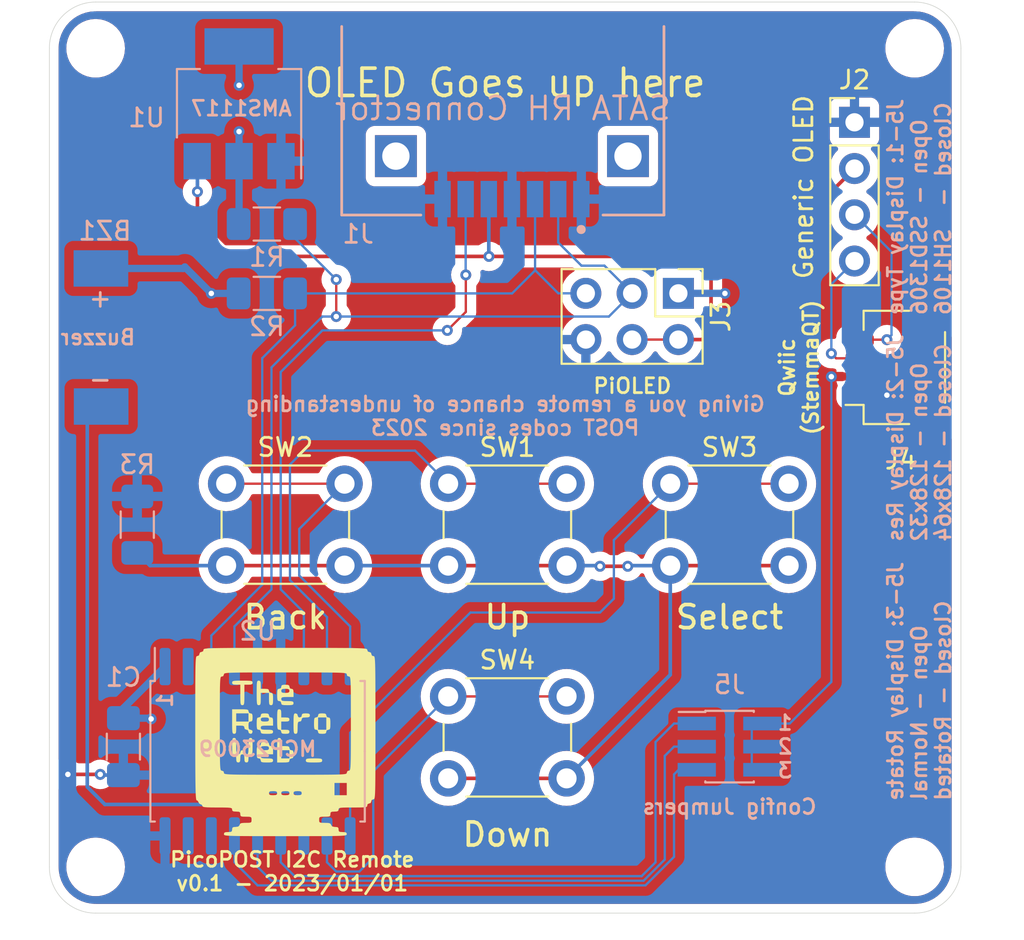
<source format=kicad_pcb>
(kicad_pcb (version 20211014) (generator pcbnew)
  (layers (0 "F.Cu" signal) (31 "B.Cu" signal) (34 "B.Paste" user) (35 "F.Paste" user) (36 "B.SilkS" user "B.Silkscreen") (37 "F.SilkS" user "F.Silkscreen") (38 "B.Mask" user) (39 "F.Mask" user) (44 "Edge.Cuts" user))
  (net 0 "")
  (net 1 "+3V3")
  (net 2 "Net-(BZ1-Pad2)")
  (net 3 "GND")
  (net 4 "/IRQ")
  (net 5 "+5V")
  (net 6 "/SCL")
  (net 7 "/SDA")
  (net 8 "Net-(R3-Pad2)")
  (net 9 "Net-(SW1-Pad1)")
  (net 10 "Net-(SW2-Pad1)")
  (net 11 "Net-(SW3-Pad1)")
  (net 12 "Net-(SW4-Pad1)")
  (net 13 "Net-(J5-Pad1)")
  (net 14 "Net-(J5-Pad3)")
  (net 15 "Net-(J5-Pad5)")
  (footprint "MountingHole:MountingHole_2.2mm_M2" (layer "F.Cu") (at 102.616 38.1)
    (fp_text reference "H3" (at 0 0.127) (layer "F.SilkS"))
    (fp_text value "MountingHole")
    (pad "" np_thru_hole circle (at 0 0) (size 2.2 2.2) (drill 2.2) (layers *.Cu *.Mask))
  )
  (footprint "Button_Switch_THT:SW_PUSH_6mm" (layer "F.Cu") (at 134.159 62.012)
    (fp_text reference "SW3" (at 3.25 -2) (layer "F.SilkS"))
    (fp_text value "Select")
    (pad "1" thru_hole circle (at 6.5 0 90) (size 2 2) (drill 1.1) (layers *.Cu *.Mask) (net 11 "Net-(SW3-Pad1)"))
    (pad "1" thru_hole circle (at 0 0 90) (size 2 2) (drill 1.1) (layers *.Cu *.Mask) (net 11 "Net-(SW3-Pad1)"))
    (pad "2" thru_hole circle (at 6.5 4.5 90) (size 2 2) (drill 1.1) (layers *.Cu *.Mask) (net 8 "Net-(R3-Pad2)"))
    (pad "2" thru_hole circle (at 0 4.5 90) (size 2 2) (drill 1.1) (layers *.Cu *.Mask) (net 8 "Net-(R3-Pad2)"))
  )
  (footprint "Button_Switch_THT:SW_PUSH_6mm" (layer "F.Cu") (at 121.967 73.696)
    (fp_text reference "SW4" (at 3.25 -2) (layer "F.SilkS"))
    (fp_text value "Back")
    (pad "1" thru_hole circle (at 0 0 90) (size 2 2) (drill 1.1) (layers *.Cu *.Mask) (net 12 "Net-(SW4-Pad1)"))
    (pad "1" thru_hole circle (at 6.5 0 90) (size 2 2) (drill 1.1) (layers *.Cu *.Mask) (net 12 "Net-(SW4-Pad1)"))
    (pad "2" thru_hole circle (at 6.5 4.5 90) (size 2 2) (drill 1.1) (layers *.Cu *.Mask) (net 8 "Net-(R3-Pad2)"))
    (pad "2" thru_hole circle (at 0 4.5 90) (size 2 2) (drill 1.1) (layers *.Cu *.Mask) (net 8 "Net-(R3-Pad2)"))
  )
  (footprint "MountingHole:MountingHole_2.2mm_M2" (layer "F.Cu") (at 102.616 83.058)
    (fp_text reference "H1" (at 0 0.127) (layer "F.SilkS"))
    (fp_text value "MountingHole")
    (pad "" np_thru_hole circle (at 0 0) (size 2.2 2.2) (drill 2.2) (layers *.Cu *.Mask))
  )
  (footprint "Connector_JST:JST_SH_SM04B-SRSS-TB_1x04-1MP_P1.00mm_Horizontal" (layer "F.Cu") (at 146.558 55.626 90)
    (fp_text reference "J4" (at -5.08 0.254 180) (layer "F.SilkS"))
    (fp_text value "Qwiic/STEMMA QT")
    (pad "1" smd roundrect (at -1.5 -2 90) (size 0.6 1.55) (layers "F.Cu" "F.Paste" "F.Mask") (net 3 "GND"))
    (pad "2" smd roundrect (at -0.5 -2 90) (size 0.6 1.55) (layers "F.Cu" "F.Paste" "F.Mask") (net 1 "+3V3"))
    (pad "3" smd roundrect (at 0.5 -2 90) (size 0.6 1.55) (layers "F.Cu" "F.Paste" "F.Mask") (net 7 "/SDA"))
    (pad "4" smd roundrect (at 1.5 -2 90) (size 0.6 1.55) (layers "F.Cu" "F.Paste" "F.Mask") (net 6 "/SCL"))
    (pad "MP" smd roundrect (at 2.8 1.875 90) (size 1.2 1.8) (layers "F.Cu" "F.Paste" "F.Mask") (roundrect_rratio 0.208333))
    (pad "MP" smd roundrect (at -2.8 1.875 90) (size 1.2 1.8) (layers "F.Cu" "F.Paste" "F.Mask") (roundrect_rratio 0.208333))
  )
  (footprint "MountingHole:MountingHole_2.2mm_M2" (layer "F.Cu") (at 147.574 83.058)
    (fp_text reference "H2" (at 0 0) (layer "F.SilkS"))
    (fp_text value "MountingHole")
    (pad "" np_thru_hole circle (at 0 0) (size 2.2 2.2) (drill 2.2) (layers *.Cu *.Mask))
  )
  (footprint "Button_Switch_THT:SW_PUSH_6mm" (layer "F.Cu") (at 109.78 62.012)
    (fp_text reference "SW2" (at 3.25 -2) (layer "F.SilkS"))
    (fp_text value "Down")
    (pad "1" thru_hole circle (at 0 0 90) (size 2 2) (drill 1.1) (layers *.Cu *.Mask) (net 10 "Net-(SW2-Pad1)"))
    (pad "1" thru_hole circle (at 6.5 0 90) (size 2 2) (drill 1.1) (layers *.Cu *.Mask) (net 10 "Net-(SW2-Pad1)"))
    (pad "2" thru_hole circle (at 0 4.5 90) (size 2 2) (drill 1.1) (layers *.Cu *.Mask) (net 8 "Net-(R3-Pad2)"))
    (pad "2" thru_hole circle (at 6.5 4.5 90) (size 2 2) (drill 1.1) (layers *.Cu *.Mask) (net 8 "Net-(R3-Pad2)"))
  )
  (footprint "Button_Switch_THT:SW_PUSH_6mm" (layer "F.Cu") (at 121.967 62.012)
    (fp_text reference "SW1" (at 3.25 -2) (layer "F.SilkS"))
    (fp_text value "Up")
    (pad "1" thru_hole circle (at 0 0 90) (size 2 2) (drill 1.1) (layers *.Cu *.Mask) (net 9 "Net-(SW1-Pad1)"))
    (pad "1" thru_hole circle (at 6.5 0 90) (size 2 2) (drill 1.1) (layers *.Cu *.Mask) (net 9 "Net-(SW1-Pad1)"))
    (pad "2" thru_hole circle (at 6.5 4.5 90) (size 2 2) (drill 1.1) (layers *.Cu *.Mask) (net 8 "Net-(R3-Pad2)"))
    (pad "2" thru_hole circle (at 0 4.5 90) (size 2 2) (drill 1.1) (layers *.Cu *.Mask) (net 8 "Net-(R3-Pad2)"))
  )
  (footprint "Connector_PinHeader_2.54mm:PinHeader_2x03_P2.54mm_Vertical" (layer "F.Cu") (at 134.605 51.557 -90)
    (fp_text reference "J3" (at 1.27 -2.33 -90) (layer "F.SilkS"))
    (fp_text value "PiOLED Connector")
    (pad "1" thru_hole rect (at 0 0 270) (size 1.7 1.7) (drill 1) (layers *.Cu *.Mask) (net 1 "+3V3"))
    (pad "2" thru_hole oval (at 2.54 0 270) (size 1.7 1.7) (drill 1) (layers *.Cu *.Mask) (net 5 "+5V"))
    (pad "3" thru_hole oval (at 0 2.54 270) (size 1.7 1.7) (drill 1) (layers *.Cu *.Mask) (net 7 "/SDA"))
    (pad "4" thru_hole oval (at 2.54 2.54 270) (size 1.7 1.7) (drill 1) (layers *.Cu *.Mask) (net 5 "+5V"))
    (pad "5" thru_hole oval (at 0 5.08 270) (size 1.7 1.7) (drill 1) (layers *.Cu *.Mask) (net 6 "/SCL"))
    (pad "6" thru_hole oval (at 2.54 5.08 270) (size 1.7 1.7) (drill 1) (layers *.Cu *.Mask) (net 3 "GND"))
  )
  (footprint "MountingHole:MountingHole_2.2mm_M2" (layer "F.Cu") (at 147.574 38.1)
    (fp_text reference "H4" (at 0 0) (layer "F.SilkS"))
    (fp_text value "MountingHole")
    (pad "" np_thru_hole circle (at 0 0) (size 2.2 2.2) (drill 2.2) (layers *.Cu *.Mask))
  )
  (footprint "Connector_PinHeader_2.54mm:PinHeader_1x04_P2.54mm_Vertical" (layer "F.Cu") (at 144.272 42.164)
    (fp_text reference "J2" (at 0 -2.33) (layer "F.SilkS"))
    (fp_text value "Generic Connector")
    (pad "1" thru_hole rect (at 0 0) (size 1.7 1.7) (drill 1) (layers *.Cu *.Mask) (net 3 "GND"))
    (pad "2" thru_hole oval (at 0 2.54) (size 1.7 1.7) (drill 1) (layers *.Cu *.Mask) (net 5 "+5V"))
    (pad "3" thru_hole oval (at 0 5.08) (size 1.7 1.7) (drill 1) (layers *.Cu *.Mask) (net 6 "/SCL"))
    (pad "4" thru_hole oval (at 0 7.62) (size 1.7 1.7) (drill 1) (layers *.Cu *.Mask) (net 7 "/SDA"))
  )
  (footprint "modified ICs:TRW_logo" (layer "F.Cu") (at 113.03 76.2)
    (fp_text reference "G***" (at -3.683 0.762 90) (layer "F.SilkS") (effects (font (size 1.524 1.524) (thickness 0.3))))
    (fp_text value "LOGO" hide)
  )
  (footprint "Package_TO_SOT_SMD:SOT-223-3_TabPin2" (layer "B.Cu") (at 110.49 41.148 90)
    (fp_text reference "U1" (at -0.762 -5.08 180) (layer "B.SilkS") (effects (justify mirror)))
    (fp_text value "AMS1117-3.3")
    (pad "1" smd rect (at -3.15 2.3 90) (size 2 1.5) (layers "B.Cu" "B.Paste" "B.Mask") (net 3 "GND"))
    (pad "2" smd rect (at -3.15 0 90) (size 2 1.5) (layers "B.Cu" "B.Paste" "B.Mask") (net 1 "+3V3"))
    (pad "2" smd rect (at 3.15 0 90) (size 2 3.8) (layers "B.Cu" "B.Paste" "B.Mask") (net 1 "+3V3"))
    (pad "3" smd rect (at -3.15 -2.3 90) (size 2 1.5) (layers "B.Cu" "B.Paste" "B.Mask") (net 5 "+5V"))
  )
  (footprint "Resistor_SMD:R_1206_3216Metric_Pad1.30x1.75mm_HandSolder" (layer "B.Cu") (at 104.902 64.262 -90)
    (fp_text reference "R3" (at -3.302 0 180) (layer "B.SilkS") (effects (justify mirror)))
    (fp_text value "1000")
    (pad "1" smd roundrect (at -1.55 0 270) (size 1.3 1.75) (layers "B.Cu" "B.Paste" "B.Mask") (roundrect_rratio 0.192308) (net 3 "GND"))
    (pad "2" smd roundrect (at 1.55 0 270) (size 1.3 1.75) (layers "B.Cu" "B.Paste" "B.Mask") (roundrect_rratio 0.192308) (net 8 "Net-(R3-Pad2)"))
  )
  (footprint "Connector_PinSocket_1.27mm:PinSocket_2x03_P1.27mm_Vertical_SMD" (layer "B.Cu") (at 137.414 76.454 180)
    (fp_text reference "J5" (at 0 3.405) (layer "B.SilkS") (effects (justify mirror)))
    (fp_text value "Config Jumpers")
    (pad "1" smd rect locked (at 1.8 1.27 180) (size 2.1 0.75) (layers "B.Cu" "B.Paste" "B.Mask") (net 13 "Net-(J5-Pad1)"))
    (pad "2" smd rect locked (at -1.8 1.27 180) (size 2.1 0.75) (layers "B.Cu" "B.Paste" "B.Mask") (net 1 "+3V3"))
    (pad "3" smd rect locked (at 1.8 0 180) (size 2.1 0.75) (layers "B.Cu" "B.Paste" "B.Mask") (net 14 "Net-(J5-Pad3)"))
    (pad "4" smd rect locked (at -1.8 0 180) (size 2.1 0.75) (layers "B.Cu" "B.Paste" "B.Mask") (net 1 "+3V3"))
    (pad "5" smd rect locked (at 1.8 -1.27 180) (size 2.1 0.75) (layers "B.Cu" "B.Paste" "B.Mask") (net 15 "Net-(J5-Pad5)"))
    (pad "6" smd rect locked (at -1.8 -1.27 180) (size 2.1 0.75) (layers "B.Cu" "B.Paste" "B.Mask") (net 1 "+3V3"))
  )
  (footprint "Capacitor_SMD:C_1206_3216Metric_Pad1.33x1.80mm_HandSolder" (layer "B.Cu") (at 104.14 76.454 -90)
    (fp_text reference "C1" (at -3.81 0 180) (layer "B.SilkS") (effects (justify mirror)))
    (fp_text value "100n")
    (pad "1" smd roundrect (at -1.5625 0 270) (size 1.325 1.8) (layers "B.Cu" "B.Paste" "B.Mask") (roundrect_rratio 0.188679) (net 1 "+3V3"))
    (pad "2" smd roundrect (at 1.5625 0 270) (size 1.325 1.8) (layers "B.Cu" "B.Paste" "B.Mask") (roundrect_rratio 0.188679) (net 3 "GND"))
  )
  (footprint "modified ICs:7.6mm side mount buzzer" (layer "B.Cu") (at 98.9439 55.52455 180)
    (fp_text reference "BZ1" (at -4.1801 7.39155) (layer "B.SilkS") (effects (justify mirror)))
    (fp_text value "Buzzer")
    (fp_text user "+" (at -3.9261 3.70855 unlocked) (layer "B.SilkS") (effects (justify mirror)))
    (fp_text user "-" (at -3.9261 -0.73645 unlocked) (layer "B.SilkS") (effects (justify mirror)))
    (pad "1" smd rect (at -3.9624 5.334 180) (size 3 2) (layers "B.Cu" "B.Paste" "B.Mask") (net 1 "+3V3"))
    (pad "2" smd rect (at -3.975 -2.25 180) (size 3 2) (layers "B.Cu" "B.Paste" "B.Mask") (net 2 "Net-(BZ1-Pad2)"))
  )
  (footprint "Resistor_SMD:R_1206_3216Metric_Pad1.30x1.75mm_HandSolder" (layer "B.Cu") (at 112.014 51.562)
    (fp_text reference "R2" (at 0 1.82) (layer "B.SilkS") (effects (justify mirror)))
    (fp_text value "1000")
    (pad "1" smd roundrect (at -1.55 0) (size 1.3 1.75) (layers "B.Cu" "B.Paste" "B.Mask") (roundrect_rratio 0.192308) (net 1 "+3V3"))
    (pad "2" smd roundrect (at 1.55 0) (size 1.3 1.75) (layers "B.Cu" "B.Paste" "B.Mask") (roundrect_rratio 0.192308) (net 6 "/SCL"))
  )
  (footprint "Resistor_SMD:R_1206_3216Metric_Pad1.30x1.75mm_HandSolder" (layer "B.Cu") (at 112.014 47.752)
    (fp_text reference "R1" (at 0 1.82) (layer "B.SilkS") (effects (justify mirror)))
    (fp_text value "1000")
    (pad "1" smd roundrect (at -1.55 0) (size 1.3 1.75) (layers "B.Cu" "B.Paste" "B.Mask") (roundrect_rratio 0.192308) (net 1 "+3V3"))
    (pad "2" smd roundrect (at 1.55 0) (size 1.3 1.75) (layers "B.Cu" "B.Paste" "B.Mask") (roundrect_rratio 0.192308) (net 7 "/SDA"))
  )
  (footprint "eec:Molex-47080-4001-0-0-0" (layer "B.Cu") (at 124.968 41.402)
    (fp_text reference "J1" (at -8.9 6.9) (layer "B.SilkS") (effects (justify right mirror)))
    (fp_text value "SATA RH Connector" (at 0 0) (layer "B.SilkS") (effects (font (size 1.27 1.27)) (justify mirror)))
    (pad "1" smd rect (at 4.31 4.98) (size 0.9 2) (layers "B.Cu" "B.Paste" "B.Mask") (net 3 "GND"))
    (pad "2" smd rect (at 3.04 4.98) (size 0.9 2) (layers "B.Cu" "B.Paste" "B.Mask") (net 7 "/SDA"))
    (pad "3" smd rect (at 1.77 4.98) (size 0.9 2) (layers "B.Cu" "B.Paste" "B.Mask") (net 6 "/SCL"))
    (pad "4" smd rect (at 0.5 4.98) (size 0.9 2) (layers "B.Cu" "B.Paste" "B.Mask") (net 3 "GND"))
    (pad "5" smd rect (at -0.77 4.98) (size 0.9 2) (layers "B.Cu" "B.Paste" "B.Mask") (net 5 "+5V"))
    (pad "6" smd rect (at -2.04 4.98) (size 0.9 2) (layers "B.Cu" "B.Paste" "B.Mask") (net 4 "/IRQ"))
    (pad "7" smd rect (at -3.31 4.98) (size 0.9 2) (layers "B.Cu" "B.Paste" "B.Mask") (net 3 "GND"))
    (pad "8" thru_hole rect (at -5.87 2.62) (size 2.3 2.3) (drill 1.5) (layers *.Cu *.Mask))
    (pad "9" thru_hole rect (at 6.87 2.62) (size 2.3 2.3) (drill 1.5) (layers *.Cu *.Mask))
  )
  (footprint "Package_SO:SOIC-18W_7.5x11.6mm_P1.27mm" (layer "B.Cu") (at 111.506 76.708 -90)
    (fp_text reference "U2" (at -6.604 0 180) (layer "B.SilkS") (effects (justify mirror)))
    (fp_text value "MCP23009-SO")
    (pad "1" smd roundrect (at -4.65 5.08 270) (size 2.05 0.6) (layers "B.Cu" "B.Paste" "B.Mask") (net 1 "+3V3"))
    (pad "2" smd roundrect (at -4.65 3.81 270) (size 2.05 0.6) (layers "B.Cu" "B.Paste" "B.Mask"))
    (pad "3" smd roundrect (at -4.65 2.54 270) (size 2.05 0.6) (layers "B.Cu" "B.Paste" "B.Mask") (net 6 "/SCL"))
    (pad "4" smd roundrect (at -4.65 1.27 270) (size 2.05 0.6) (layers "B.Cu" "B.Paste" "B.Mask") (net 7 "/SDA"))
    (pad "5" smd roundrect (at -4.65 0 270) (size 2.05 0.6) (layers "B.Cu" "B.Paste" "B.Mask") (net 3 "GND"))
    (pad "6" smd roundrect (at -4.65 -1.27 270) (size 2.05 0.6) (layers "B.Cu" "B.Paste" "B.Mask") (net 3 "GND"))
    (pad "7" smd roundrect (at -4.65 -2.54 270) (size 2.05 0.6) (layers "B.Cu" "B.Paste" "B.Mask") (net 4 "/IRQ"))
    (pad "8" smd roundrect (at -4.65 -3.81 270) (size 2.05 0.6) (layers "B.Cu" "B.Paste" "B.Mask") (net 9 "Net-(SW1-Pad1)"))
    (pad "9" smd roundrect (at -4.65 -5.08 270) (size 2.05 0.6) (layers "B.Cu" "B.Paste" "B.Mask") (net 10 "Net-(SW2-Pad1)"))
    (pad "10" smd roundrect (at 4.65 -5.08 270) (size 2.05 0.6) (layers "B.Cu" "B.Paste" "B.Mask") (net 11 "Net-(SW3-Pad1)"))
    (pad "11" smd roundrect (at 4.65 -3.81 270) (size 2.05 0.6) (layers "B.Cu" "B.Paste" "B.Mask") (net 12 "Net-(SW4-Pad1)"))
    (pad "12" smd roundrect (at 4.65 -2.54 270) (size 2.05 0.6) (layers "B.Cu" "B.Paste" "B.Mask") (net 2 "Net-(BZ1-Pad2)"))
    (pad "13" smd roundrect (at 4.65 -1.27 270) (size 2.05 0.6) (layers "B.Cu" "B.Paste" "B.Mask") (net 13 "Net-(J5-Pad1)"))
    (pad "14" smd roundrect (at 4.65 0 270) (size 2.05 0.6) (layers "B.Cu" "B.Paste" "B.Mask") (net 14 "Net-(J5-Pad3)"))
    (pad "15" smd roundrect (at 4.65 1.27 270) (size 2.05 0.6) (layers "B.Cu" "B.Paste" "B.Mask") (net 15 "Net-(J5-Pad5)"))
    (pad "16" smd roundrect (at 4.65 2.54 270) (size 2.05 0.6) (layers "B.Cu" "B.Paste" "B.Mask"))
    (pad "17" smd roundrect (at 4.65 3.81 270) (size 2.05 0.6) (layers "B.Cu" "B.Paste" "B.Mask"))
    (pad "18" smd roundrect (at 4.65 5.08 270) (size 2.05 0.6) (layers "B.Cu" "B.Paste" "B.Mask") (net 3 "GND"))
  )
  (gr_line (start 150.114 38.1) (end 150.114 83.058) (layer "Edge.Cuts") (width 0.0381))
  (gr_line (start 100.076 83.058) (end 100.076 75.946) (layer "Edge.Cuts") (width 0.0381))
  (gr_line (start 100.076 75.946) (end 100.076 38.1) (layer "Edge.Cuts") (width 0.0381))
  (gr_arc (start 102.616 85.598) (mid 100.819949 84.854051) (end 100.076 83.058) (layer "Edge.Cuts") (width 0.0381))
  (gr_line (start 147.574 85.598) (end 102.616 85.598) (layer "Edge.Cuts") (width 0.0381))
  (gr_arc (start 100.076 38.1) (mid 100.819949 36.303949) (end 102.616 35.56) (layer "Edge.Cuts") (width 0.0381))
  (gr_line (start 102.616 35.56) (end 147.574 35.56) (layer "Edge.Cuts") (width 0.0381))
  (gr_arc (start 150.114 83.058) (mid 149.370051 84.854051) (end 147.574 85.598) (layer "Edge.Cuts") (width 0.0381))
  (gr_arc (start 147.574 35.56) (mid 149.370051 36.303949) (end 150.114 38.1) (layer "Edge.Cuts") (width 0.0381))
  (gr_text "J5-1: Display Type\nOpen - SSD1306\nClosed -  SH1106" (at 147.828 52.832 90) (layer "B.SilkS") (effects (font (size 0.8128 0.8128) (thickness 0.1524)) (justify right mirror)))
  (gr_text "AMS1117" (at 110.617 41.402) (layer "B.SilkS") (effects (font (size 0.8128 0.8128) (thickness 0.1524)) (justify mirror)))
  (gr_text "J5-3: Display Rotate\nOpen - Normal\nClosed - Rotated" (at 147.828 79.502 90) (layer "B.SilkS") (effects (font (size 0.8128 0.8128) (thickness 0.1524)) (justify right mirror)))
  (gr_text "J5-2: Display Res\nOpen - 128x32\nClosed - 128x64\n" (at 147.828 65.278 90) (layer "B.SilkS") (effects (font (size 0.8128 0.8128) (thickness 0.1524)) (justify right mirror)))
  (gr_text "Config Jumpers" (at 137.414 79.756) (layer "B.SilkS") (effects (font (size 0.8128 0.8128) (thickness 0.1524)) (justify mirror)))
  (gr_text "1\n2\n3" (at 140.462 76.454) (layer "B.SilkS") (effects (font (size 0.8128 0.8128) (thickness 0.1524)) (justify mirror)))
  (gr_text "Buzzer" (at 102.743 53.975) (layer "B.SilkS") (effects (font (size 0.8128 0.8128) (thickness 0.1524)) (justify mirror)))
  (gr_text "Giving you a remote chance of understanding\nPOST codes since 2023" (at 125.095 58.293) (layer "B.SilkS") (effects (font (size 0.8128 0.8128) (thickness 0.1524)) (justify mirror)))
  (gr_text "MCP23009" (at 111.506 76.581) (layer "B.SilkS") (effects (font (size 0.8128 0.8128) (thickness 0.1524)) (justify mirror)))
  (gr_text "1" (at 106.426 73.914 90) (layer "B.SilkS") (effects (font (size 0.8128 0.8128) (thickness 0.1524)) (justify mirror)))
  (gr_text "PiOLED" (at 132.08 56.642) (layer "F.SilkS") (effects (font (size 0.8128 0.8128) (thickness 0.1524))))
  (gr_text "OLED Goes up here" (at 125.095 40.005) (layer "F.SilkS") (effects (font (size 1.5 1.5) (thickness 0.2))))
  (gr_text "Generic OLED" (at 141.478 45.72 90) (layer "F.SilkS") (effects (font (size 1 1))))
  (gr_text "Back" (at 113.03 69.342) (layer "F.SilkS") (effects (font (size 1.27 1.27) (thickness 0.2))))
  (gr_text "PicoPOST I2C Remote\nv0.1 - 2023/01/01" (at 113.411 83.312) (layer "F.SilkS") (effects (font (size 0.8128 0.8128) (thickness 0.1524))))
  (gr_text "Up" (at 125.222 69.342) (layer "F.SilkS") (effects (font (size 1.27 1.27) (thickness 0.2))))
  (gr_text "Qwiic\n(StemmaQT)" (at 141.224 55.626 90) (layer "F.SilkS") (effects (font (size 0.8128 0.8128) (thickness 0.1524))))
  (gr_text "Select" (at 137.414 69.342) (layer "F.SilkS") (effects (font (size 1.27 1.27) (thickness 0.2))))
  (gr_text "Down" (at 125.222 81.28) (layer "F.SilkS") (effects (font (size 1.27 1.27) (thickness 0.2))))
  (segment (start 144.55 56.134) (end 143.002 56.134) (width 0.127) (layer "F.Cu") (net 1))
  (segment (start 144.558 56.126) (end 144.55 56.134) (width 0.127) (layer "F.Cu") (net 1))
  (via (at 137.16 51.562) (size 0.6) (drill 0.3) (layers "F.Cu" "B.Cu") (net 1))
  (via (at 110.49 40.132) (size 0.6) (drill 0.3) (layers "F.Cu" "B.Cu") (net 1))
  (via (at 108.966 51.562) (size 0.6) (drill 0.3) (layers "F.Cu" "B.Cu") (net 1))
  (via (at 105.664 74.93) (size 0.6) (drill 0.3) (layers "F.Cu" "B.Cu") (net 1))
  (via (at 143.002 56.134) (size 0.6) (drill 0.3) (layers "F.Cu" "B.Cu") (net 1))
  (via (at 110.49 42.672) (size 0.6) (drill 0.3) (layers "F.Cu" "B.Cu") (net 1))
  (segment (start 104.14 74.8915) (end 104.14 74.344) (width 0.4) (layer "B.Cu") (net 1))
  (segment (start 105.664 74.93) (end 105.6255 74.8915) (width 0.4) (layer "B.Cu") (net 1))
  (segment (start 107.42865 50.19055) (end 102.1443 50.19055) (width 0.4) (layer "B.Cu") (net 1))
  (segment (start 110.49 44.298) (end 110.49 42.672) (width 0.4) (layer "B.Cu") (net 1))
  (segment (start 108.966 51.562) (end 107.5116 50.1076) (width 0.4) (layer "B.Cu") (net 1))
  (segment (start 107.5116 50.1076) (end 107.42865 50.19055) (width 0.4) (layer "B.Cu") (net 1))
  (segment (start 110.49 37.998) (end 110.49 40.132) (width 0.4) (layer "B.Cu") (net 1))
  (segment (start 138.6332 76.454) (end 138.6332 77.724) (width 0.127) (layer "B.Cu") (net 1))
  (segment (start 134.605 51.557) (end 137.155 51.557) (width 0.4) (layer "B.Cu") (net 1))
  (segment (start 110.49 44.298) (end 110.49 47.726) (width 0.4) (layer "B.Cu") (net 1))
  (segment (start 104.14 74.8915) (end 105.6255 74.8915) (width 0.4) (layer "B.Cu") (net 1))
  (segment (start 143.002 56.134) (end 143.002 72.898) (width 0.127) (layer "B.Cu") (net 1))
  (segment (start 138.6332 75.184) (end 138.6332 76.454) (width 0.127) (layer "B.Cu") (net 1))
  (segment (start 143.002 72.898) (end 140.716 75.184) (width 0.127) (layer "B.Cu") (net 1))
  (segment (start 137.16 51.562) (end 137.155 51.557) (width 0.4) (layer "B.Cu") (net 1))
  (segment (start 104.14 74.344) (end 106.426 72.058) (width 0.4) (layer "B.Cu") (net 1))
  (segment (start 110.49 47.726) (end 110.464 47.752) (width 0.4) (layer "B.Cu") (net 1))
  (segment (start 110.464 51.562) (end 108.966 51.562) (width 0.4) (layer "B.Cu") (net 1))
  (segment (start 140.716 75.184) (end 138.6332 75.184) (width 0.127) (layer "B.Cu") (net 1))
  (segment (start 102.1569 78.6619) (end 102.1569 57.77455) (width 0.2) (layer "B.Cu") (net 2))
  (segment (start 114.046 80.391) (end 114.046 81.358) (width 0.2) (layer "B.Cu") (net 2))
  (segment (start 103.124 79.629) (end 102.1569 78.6619) (width 0.2) (layer "B.Cu") (net 2))
  (segment (start 103.124 79.629) (end 113.284 79.629) (width 0.2) (layer "B.Cu") (net 2))
  (segment (start 113.284 79.629) (end 114.046 80.391) (width 0.2) (layer "B.Cu") (net 2))
  (segment (start 144.558 57.126) (end 146.026 57.126) (width 0.4) (layer "F.Cu") (net 3))
  (segment (start 102.87 77.978) (end 101.092 77.978) (width 0.2) (layer "F.Cu") (net 3))
  (segment (start 146.05 57.15) (end 146.026 57.126) (width 0.4) (layer "F.Cu") (net 3))
  (via (at 101.092 77.978) (size 0.6) (drill 0.3) (layers "F.Cu" "B.Cu") (net 3))
  (via (at 102.87 77.978) (size 0.6) (drill 0.3) (layers "F.Cu" "B.Cu") (net 3))
  (via (at 146.05 57.15) (size 0.6) (drill 0.3) (layers "F.Cu" "B.Cu") (net 3))
  (segment (start 102.9085 78.0165) (end 102.87 77.978) (width 0.2) (layer "B.Cu") (net 3))
  (segment (start 104.14 78.0165) (end 102.9085 78.0165) (width 0.2) (layer "B.Cu") (net 3))
  (segment (start 122.936 52.578) (end 121.92 53.594) (width 0.127) (layer "F.Cu") (net 4))
  (segment (start 122.936 50.546) (end 122.936 52.578) (width 0.127) (layer "F.Cu") (net 4))
  (via (at 122.936 50.546) (size 0.6) (drill 0.3) (layers "F.Cu" "B.Cu") (net 4))
  (via (at 121.92 53.594) (size 0.6) (drill 0.3) (layers "F.Cu" "B.Cu") (net 4))
  (segment (start 122.928 50.538) (end 122.936 50.546) (width 0.127) (layer "B.Cu") (net 4))
  (segment (start 112.776 55.88) (end 112.776 67.818) (width 0.127) (layer "B.Cu") (net 4))
  (segment (start 114.046 69.088) (end 114.046 72.058) (width 0.127) (layer "B.Cu") (net 4))
  (segment (start 121.92 53.594) (end 115.062 53.594) (width 0.127) (layer "B.Cu") (net 4))
  (segment (start 112.776 67.818) (end 114.046 69.088) (width 0.127) (layer "B.Cu") (net 4))
  (segment (start 122.928 46.382) (end 122.928 50.538) (width 0.127) (layer "B.Cu") (net 4))
  (segment (start 122.936 46.94) (end 122.928 46.932) (width 0.127) (layer "B.Cu") (net 4))
  (segment (start 115.062 53.594) (end 112.776 55.88) (width 0.127) (layer "B.Cu") (net 4))
  (segment (start 136.398 49.53) (end 136.398 53.594) (width 0.2) (layer "F.Cu") (net 5))
  (segment (start 109.474 49.53) (end 108.204 48.26) (width 0.2) (layer "F.Cu") (net 5))
  (segment (start 139.446 49.53) (end 144.272 44.704) (width 0.2) (layer "F.Cu") (net 5))
  (segment (start 132.065 54.097) (end 134.605 54.097) (width 0.127) (layer "F.Cu") (net 5))
  (segment (start 108.204 48.26) (end 108.204 45.974) (width 0.2) (layer "F.Cu") (net 5))
  (segment (start 124.206 49.53) (end 109.474 49.53) (width 0.2) (layer "F.Cu") (net 5))
  (segment (start 124.206 49.53) (end 136.398 49.53) (width 0.2) (layer "F.Cu") (net 5))
  (segment (start 135.895 54.097) (end 134.605 54.097) (width 0.2) (layer "F.Cu") (net 5))
  (segment (start 136.398 53.594) (end 135.895 54.097) (width 0.2) (layer "F.Cu") (net 5))
  (segment (start 136.398 49.53) (end 139.446 49.53) (width 0.2) (layer "F.Cu") (net 5))
  (via (at 108.204 45.974) (size 0.6) (drill 0.3) (layers "F.Cu" "B.Cu") (net 5))
  (via (at 124.206 49.53) (size 0.6) (drill 0.3) (layers "F.Cu" "B.Cu") (net 5))
  (segment (start 124.198 46.382) (end 124.198 46.932) (width 0.127) (layer "B.Cu") (net 5))
  (segment (start 124.198 46.932) (end 124.206 46.94) (width 0.127) (layer "B.Cu") (net 5))
  (segment (start 124.198 49.522) (end 124.206 49.53) (width 0.127) (layer "B.Cu") (net 5))
  (segment (start 108.204 44.312) (end 108.19 44.298) (width 0.2) (layer "B.Cu") (net 5))
  (segment (start 124.198 46.382) (end 124.198 49.522) (width 0.2) (layer "B.Cu") (net 5))
  (segment (start 108.204 45.974) (end 108.204 44.312) (width 0.2) (layer "B.Cu") (net 5))
  (segment (start 144.582 54.102) (end 144.558 54.126) (width 0.127) (layer "F.Cu") (net 6))
  (segment (start 146.05 54.102) (end 144.582 54.102) (width 0.127) (layer "F.Cu") (net 6))
  (via (at 146.05 54.102) (size 0.6) (drill 0.3) (layers "F.Cu" "B.Cu") (net 6))
  (segment (start 128.011 51.557) (end 126.738 50.284) (width 0.127) (layer "B.Cu") (net 6))
  (segment (start 146.304 49.276) (end 146.304 53.848) (width 0.127) (layer "B.Cu") (net 6))
  (segment (start 113.564 51.562) (end 113.564 53.314) (width 0.127) (layer "B.Cu") (net 6))
  (segment (start 108.966 70.358) (end 108.966 72.058) (width 0.127) (layer "B.Cu") (net 6))
  (segment (start 125.476 51.562) (end 113.564 51.562) (width 0.127) (layer "B.Cu") (net 6))
  (segment (start 126.738 50.3) (end 125.476 51.562) (width 0.127) (layer "B.Cu") (net 6))
  (segment (start 129.525 51.557) (end 128.011 51.557) (width 0.127) (layer "B.Cu") (net 6))
  (segment (start 111.76 55.118) (end 111.76 67.564) (width 0.127) (layer "B.Cu") (net 6))
  (segment (start 113.564 53.314) (end 111.76 55.118) (width 0.127) (layer "B.Cu") (net 6))
  (segment (start 126.738 48.76) (end 126.738 50.284) (width 0.127) (layer "B.Cu") (net 6))
  (segment (start 144.272 47.244) (end 146.304 49.276) (width 0.127) (layer "B.Cu") (net 6))
  (segment (start 146.304 53.848) (end 146.05 54.102) (width 0.127) (layer "B.Cu") (net 6))
  (segment (start 126.738 50.284) (end 126.738 50.3) (width 0.127) (layer "B.Cu") (net 6))
  (segment (start 126.738 48.76) (end 126.738 46.382) (width 0.127) (layer "B.Cu") (net 6))
  (segment (start 111.76 67.564) (end 108.966 70.358) (width 0.127) (layer "B.Cu") (net 6))
  (segment (start 115.824 52.832) (end 115.824 50.8) (width 0.127) (layer "F.Cu") (net 7))
  (segment (start 143.002 54.864) (end 143.264 55.126) (width 0.127) (layer "F.Cu") (net 7))
  (segment (start 144.55 55.118) (end 144.558 55.126) (width 0.127) (layer "F.Cu") (net 7))
  (segment (start 143.264 55.126) (end 144.558 55.126) (width 0.127) (layer "F.Cu") (net 7))
  (via (at 115.824 52.832) (size 0.6) (drill 0.3) (layers "F.Cu" "B.Cu") (net 7))
  (via (at 115.824 50.8) (size 0.6) (drill 0.3) (layers "F.Cu" "B.Cu") (net 7))
  (via (at 143.002 54.864) (size 0.6) (drill 0.3) (layers "F.Cu" "B.Cu") (net 7))
  (segment (start 112.268 67.818) (end 110.236 69.85) (width 0.127) (layer "B.Cu") (net 7))
  (segment (start 129.286 50.038) (end 128.008 48.76) (width 0.127) (layer "B.Cu") (net 7))
  (segment (start 112.268 55.626) (end 112.268 67.818) (width 0.127) (layer "B.Cu") (net 7))
  (segment (start 132.065 51.557) (end 130.546 50.038) (width 0.127) (layer "B.Cu") (net 7))
  (segment (start 130.546 50.038) (end 129.286 50.038) (width 0.127) (layer "B.Cu") (net 7))
  (segment (start 115.824 52.832) (end 115.062 52.832) (width 0.127) (layer "B.Cu") (net 7))
  (segment (start 144.272 49.784) (end 143.002 51.054) (width 0.127) (layer "B.Cu") (net 7))
  (segment (start 115.062 52.832) (end 112.268 55.626) (width 0.127) (layer "B.Cu") (net 7))
  (segment (start 113.564 48.54) (end 113.564 47.752) (width 0.127) (layer "B.Cu") (net 7))
  (segment (start 130.79 52.832) (end 132.065 51.557) (width 0.127) (layer "B.Cu") (net 7))
  (segment (start 115.824 50.8) (end 113.564 48.54) (width 0.127) (layer "B.Cu") (net 7))
  (segment (start 115.824 52.832) (end 130.79 52.832) (width 0.127) (layer "B.Cu") (net 7))
  (segment (start 143.002 51.054) (end 143.002 54.864) (width 0.127) (layer "B.Cu") (net 7))
  (segment (start 110.236 69.85) (end 110.236 72.058) (width 0.127) (layer "B.Cu") (net 7))
  (segment (start 128.008 48.76) (end 128.008 46.382) (width 0.127) (layer "B.Cu") (net 7))
  (segment (start 131.826 66.548) (end 130.302 66.548) (width 0.2) (layer "F.Cu") (net 8))
  (segment (start 134.159 66.512) (end 140.659 66.512) (width 0.2) (layer "F.Cu") (net 8))
  (segment (start 109.78 66.512) (end 116.28 66.512) (width 0.2) (layer "F.Cu") (net 8))
  (segment (start 128.467 78.196) (end 121.967 78.196) (width 0.2) (layer "F.Cu") (net 8))
  (segment (start 121.967 66.512) (end 128.467 66.512) (width 0.2) (layer "F.Cu") (net 8))
  (via (at 130.302 66.548) (size 0.6) (drill 0.3) (layers "F.Cu" "B.Cu") (net 8))
  (via (at 131.826 66.548) (size 0.6) (drill 0.3) (layers "F.Cu" "B.Cu") (net 8))
  (segment (start 134.159 66.512) (end 131.862 66.512) (width 0.2) (layer "B.Cu") (net 8))
  (segment (start 131.826 66.548) (end 131.862 66.512) (width 0.2) (layer "B.Cu") (net 8))
  (segment (start 134.159 72.504) (end 128.467 78.196) (width 0.2) (layer "B.Cu") (net 8))
  (segment (start 130.302 66.548) (end 130.266 66.512) (width 0.2) (layer "B.Cu") (net 8))
  (segment (start 128.467 66.512) (end 130.266 66.512) (width 0.2) (layer "B.Cu") (net 8))
  (segment (start 109.78 66.512) (end 105.602 66.512) (width 0.2) (layer "B.Cu") (net 8))
  (segment (start 105.602 66.512) (end 104.902 65.812) (width 0.2) (layer "B.Cu") (net 8))
  (segment (start 121.967 66.512) (end 116.28 66.512) (width 0.2) (layer "B.Cu") (net 8))
  (segment (start 134.159 66.512) (end 134.159 72.504) (width 0.2) (layer "B.Cu") (net 8))
  (segment (start 121.967 62.012) (end 128.467 62.012) (width 0.127) (layer "F.Cu") (net 9))
  (segment (start 120.153 60.198) (end 121.967 62.012) (width 0.127) (layer "B.Cu") (net 9))
  (segment (start 115.316 72.058) (end 115.316 69.342) (width 0.127) (layer "B.Cu") (net 9))
  (segment (start 113.284 67.31) (end 113.284 60.96) (width 0.127) (layer "B.Cu") (net 9))
  (segment (start 113.284 60.96) (end 114.046 60.198) (width 0.127) (layer "B.Cu") (net 9))
  (segment (start 115.316 69.342) (end 113.284 67.31) (width 0.127) (layer "B.Cu") (net 9))
  (segment (start 114.046 60.198) (end 120.153 60.198) (width 0.127) (layer "B.Cu") (net 9))
  (segment (start 109.78 62.012) (end 116.28 62.012) (width 0.127) (layer "F.Cu") (net 10))
  (segment (start 113.792 67.056) (end 113.792 64.5) (width 0.127) (layer "B.Cu") (net 10))
  (segment (start 116.586 69.85) (end 113.792 67.056) (width 0.127) (layer "B.Cu") (net 10))
  (segment (start 113.792 64.5) (end 116.28 62.012) (width 0.127) (layer "B.Cu") (net 10))
  (segment (start 116.586 72.058) (end 116.586 69.85) (width 0.127) (layer "B.Cu") (net 10))
  (segment (start 134.159 62.012) (end 140.659 62.012) (width 0.127) (layer "F.Cu") (net 11))
  (segment (start 116.586 81.358) (end 116.586 75.692) (width 0.127) (layer "B.Cu") (net 11))
  (segment (start 131.064 65.107) (end 134.159 62.012) (width 0.127) (layer "B.Cu") (net 11))
  (segment (start 123.19 69.088) (end 130.302 69.088) (width 0.127) (layer "B.Cu") (net 11))
  (segment (start 116.586 75.692) (end 123.19 69.088) (width 0.127) (layer "B.Cu") (net 11))
  (segment (start 131.064 68.326) (end 131.064 65.107) (width 0.127) (layer "B.Cu") (net 11))
  (segment (start 130.302 69.088) (end 131.064 68.326) (width 0.127) (layer "B.Cu") (net 11))
  (segment (start 121.967 73.696) (end 128.467 73.696) (width 0.127) (layer "F.Cu") (net 12))
  (segment (start 117.094 83.312) (end 117.856 82.55) (width 0.127) (layer "B.Cu") (net 12))
  (segment (start 117.856 77.807) (end 121.967 73.696) (width 0.127) (layer "B.Cu") (net 12))
  (segment (start 115.316 82.804) (end 115.824 83.312) (width 0.127) (layer "B.Cu") (net 12))
  (segment (start 115.316 81.358) (end 115.316 82.804) (width 0.127) (layer "B.Cu") (net 12))
  (segment (start 117.856 82.55) (end 117.856 77.807) (width 0.127) (layer "B.Cu") (net 12))
  (segment (start 115.824 83.312) (end 117.094 83.312) (width 0.127) (layer "B.Cu") (net 12))
  (segment (start 133.35 76.2) (end 134.366 75.184) (width 0.127) (layer "B.Cu") (net 13))
  (segment (start 112.776 82.804) (end 113.538 83.566) (width 0.127) (layer "B.Cu") (net 13))
  (segment (start 113.538 83.566) (end 132.588 83.566) (width 0.127) (layer "B.Cu") (net 13))
  (segment (start 134.366 75.184) (end 136.1948 75.184) (width 0.127) (layer "B.Cu") (net 13))
  (segment (start 112.776 81.358) (end 112.776 82.804) (width 0.127) (layer "B.Cu") (net 13))
  (segment (start 133.35 82.804) (end 133.35 76.2) (width 0.127) (layer "B.Cu") (net 13))
  (segment (start 132.588 83.566) (end 133.35 82.804) (width 0.127) (layer "B.Cu") (net 13))
  (segment (start 133.858 76.962) (end 133.858 82.654531) (width 0.127) (layer "B.Cu") (net 14))
  (segment (start 136.1948 76.454) (end 134.366 76.454) (width 0.127) (layer "B.Cu") (net 14))
  (segment (start 112.268 83.82) (end 111.506 83.058) (width 0.127) (layer "B.Cu") (net 14))
  (segment (start 133.858 82.654531) (end 132.692531 83.82) (width 0.127) (layer "B.Cu") (net 14))
  (segment (start 111.506 83.058) (end 111.506 81.358) (width 0.127) (layer "B.Cu") (net 14))
  (segment (start 134.366 76.454) (end 133.858 76.962) (width 0.127) (layer "B.Cu") (net 14))
  (segment (start 132.692531 83.82) (end 112.268 83.82) (width 0.127) (layer "B.Cu") (net 14))
  (segment (start 134.366 82.505063) (end 132.797063 84.074) (width 0.127) (layer "B.Cu") (net 15))
  (segment (start 134.366 77.978) (end 134.366 82.505063) (width 0.127) (layer "B.Cu") (net 15))
  (segment (start 111.506 84.074) (end 110.236 82.804) (width 0.127) (layer "B.Cu") (net 15))
  (segment (start 132.797063 84.074) (end 111.506 84.074) (width 0.127) (layer "B.Cu") (net 15))
  (segment (start 136.1948 77.724) (end 134.62 77.724) (width 0.127) (layer "B.Cu") (net 15))
  (segment (start 110.236 82.804) (end 110.236 81.358) (width 0.127) (layer "B.Cu") (net 15))
  (segment (start 134.62 77.724) (end 134.366 77.978) (width 0.127) (layer "B.Cu") (net 15))
  (zone (net 1) (net_name "+3V3") (layer "F.Cu") (name "front 3v3") (connect_pads (clearance 0.508)) (min_thickness 0.254) (fill yes (thermal_gap 0.508) (thermal_bridge_width 0.508))
    (polygon (pts (xy 149.86 85.344) (xy 100.33 85.344) (xy 100.33 35.814) (xy 149.86 35.814)))
  )
  (zone (net 3) (net_name "GND") (layer "B.Cu") (name "back GND") (connect_pads (clearance 0.508)) (min_thickness 0.254) (fill yes (thermal_gap 0.508) (thermal_bridge_width 0.508))
    (polygon (pts (xy 149.86 85.344) (xy 100.33 85.344) (xy 100.33 35.814) (xy 149.86 35.814)))
  )
)
</source>
